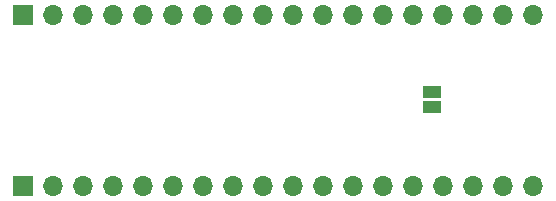
<source format=gbr>
%TF.GenerationSoftware,KiCad,Pcbnew,(5.1.10-1-10_14)*%
%TF.CreationDate,2021-07-19T22:46:51-06:00*%
%TF.ProjectId,f0-study-board,66302d73-7475-4647-992d-626f6172642e,rev?*%
%TF.SameCoordinates,Original*%
%TF.FileFunction,Soldermask,Bot*%
%TF.FilePolarity,Negative*%
%FSLAX46Y46*%
G04 Gerber Fmt 4.6, Leading zero omitted, Abs format (unit mm)*
G04 Created by KiCad (PCBNEW (5.1.10-1-10_14)) date 2021-07-19 22:46:51*
%MOMM*%
%LPD*%
G01*
G04 APERTURE LIST*
%ADD10R,1.500000X1.000000*%
%ADD11O,1.700000X1.700000*%
%ADD12R,1.700000X1.700000*%
G04 APERTURE END LIST*
D10*
%TO.C,JP1*%
X134600000Y-107800000D03*
X134600000Y-106500000D03*
%TD*%
D11*
%TO.C,J2*%
X143180000Y-114500000D03*
X140640000Y-114500000D03*
X138100000Y-114500000D03*
X135560000Y-114500000D03*
X133020000Y-114500000D03*
X130480000Y-114500000D03*
X127940000Y-114500000D03*
X125400000Y-114500000D03*
X122860000Y-114500000D03*
X120320000Y-114500000D03*
X117780000Y-114500000D03*
X115240000Y-114500000D03*
X112700000Y-114500000D03*
X110160000Y-114500000D03*
X107620000Y-114500000D03*
X105080000Y-114500000D03*
X102540000Y-114500000D03*
D12*
X100000000Y-114500000D03*
%TD*%
D11*
%TO.C,J1*%
X143180000Y-100000000D03*
X140640000Y-100000000D03*
X138100000Y-100000000D03*
X135560000Y-100000000D03*
X133020000Y-100000000D03*
X130480000Y-100000000D03*
X127940000Y-100000000D03*
X125400000Y-100000000D03*
X122860000Y-100000000D03*
X120320000Y-100000000D03*
X117780000Y-100000000D03*
X115240000Y-100000000D03*
X112700000Y-100000000D03*
X110160000Y-100000000D03*
X107620000Y-100000000D03*
X105080000Y-100000000D03*
X102540000Y-100000000D03*
D12*
X100000000Y-100000000D03*
%TD*%
M02*

</source>
